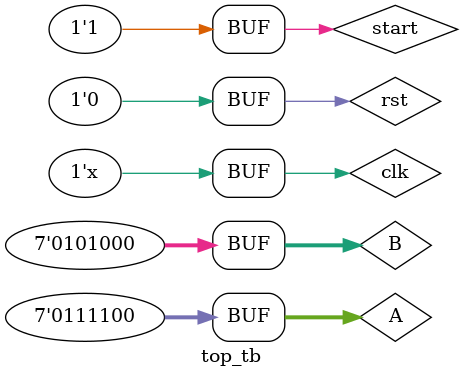
<source format=v>
`timescale 1ns / 1ps


module top_tb ();
reg clk = 0;
reg rst;
reg start;
reg [6:0] A;
reg [6:0] B;
wire [6:0] final;

top top_uuf(
clk,
rst,
start,
A,
B,
final
    );

always #5 clk = ~clk;

initial begin
rst = 1;
#10
rst = 0;
start = 1;
B = 6'b101000;
A = 6'b111100; 


end

endmodule











//module gcd_tb();

//reg clk = 0;
//reg rst;
//reg start;
//reg [6:0]x;
//reg [6:0]y;
//wire [6:0] result;
 
 
//gcd uut (
//clk,
//rst,
//start,
//x,
//y,
//result
//); 
 
//always #10 clk = ~clk;

//initial begin

//rst = 1;

//#50
//rst = 0;
////start = 0;
//y = 6'b101000;
//x = 6'b111100;

//#50
//x = 5'b11011;
//y = 4'b1111;
//#500
//y = 6'b101000;
//x = 6'b111100;
////start  = 1;


//end


//endmodule



//module fifo_tb ();

//reg clk = 1;
//reg rst;
//reg [6:0] i_data;
//reg i_data_valid;
//reg i_rd_valid;
//wire [6:0] out;

//fifo uuf(
//clk,
//rst,
//i_data,
//i_data_valid,
//i_rd_valid,
//out
//    );

//always #5 clk = ~clk;


//initial begin

//    rst = 1;
//    #5
    
//    rst = 0;
//    i_data = 1;
//    i_data_valid = 1;
//    i_rd_valid = 1;
//     i_data = 'd1;
//    #10
//     i_data = 'd2;
//     #10
//     i_data = 'd3;
//     #10
//     i_data = 'd4;
//     #10
//     i_data = 'd5;
     
////     #30
     
     
     

//end
//endmodule

</source>
